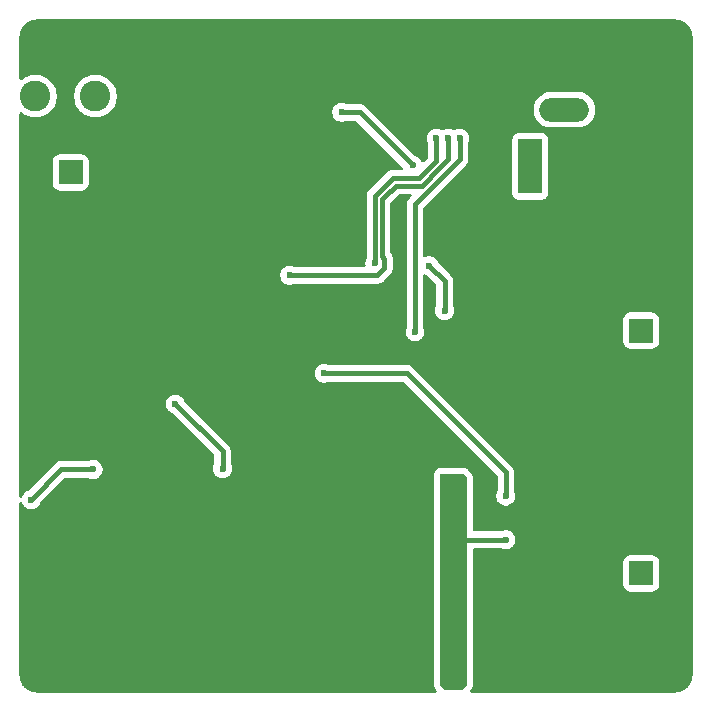
<source format=gbr>
%TF.GenerationSoftware,KiCad,Pcbnew,9.0.3*%
%TF.CreationDate,2025-08-25T20:13:08-03:00*%
%TF.ProjectId,ups_lead_acid_electgpl_v1.0,7570735f-6c65-4616-945f-616369645f65,rev?*%
%TF.SameCoordinates,Original*%
%TF.FileFunction,Copper,L2,Bot*%
%TF.FilePolarity,Positive*%
%FSLAX46Y46*%
G04 Gerber Fmt 4.6, Leading zero omitted, Abs format (unit mm)*
G04 Created by KiCad (PCBNEW 9.0.3) date 2025-08-25 20:13:08*
%MOMM*%
%LPD*%
G01*
G04 APERTURE LIST*
G04 Aperture macros list*
%AMRoundRect*
0 Rectangle with rounded corners*
0 $1 Rounding radius*
0 $2 $3 $4 $5 $6 $7 $8 $9 X,Y pos of 4 corners*
0 Add a 4 corners polygon primitive as box body*
4,1,4,$2,$3,$4,$5,$6,$7,$8,$9,$2,$3,0*
0 Add four circle primitives for the rounded corners*
1,1,$1+$1,$2,$3*
1,1,$1+$1,$4,$5*
1,1,$1+$1,$6,$7*
1,1,$1+$1,$8,$9*
0 Add four rect primitives between the rounded corners*
20,1,$1+$1,$2,$3,$4,$5,0*
20,1,$1+$1,$4,$5,$6,$7,0*
20,1,$1+$1,$6,$7,$8,$9,0*
20,1,$1+$1,$8,$9,$2,$3,0*%
G04 Aperture macros list end*
%TA.AperFunction,ComponentPad*%
%ADD10C,2.600000*%
%TD*%
%TA.AperFunction,ComponentPad*%
%ADD11C,0.800000*%
%TD*%
%TA.AperFunction,ComponentPad*%
%ADD12C,6.400000*%
%TD*%
%TA.AperFunction,HeatsinkPad*%
%ADD13C,0.500000*%
%TD*%
%TA.AperFunction,HeatsinkPad*%
%ADD14R,2.410000X3.100000*%
%TD*%
%TA.AperFunction,ComponentPad*%
%ADD15R,2.000000X4.600000*%
%TD*%
%TA.AperFunction,ComponentPad*%
%ADD16O,2.000000X4.200000*%
%TD*%
%TA.AperFunction,ComponentPad*%
%ADD17O,4.200000X2.000000*%
%TD*%
%TA.AperFunction,ComponentPad*%
%ADD18RoundRect,0.250001X0.799999X-0.799999X0.799999X0.799999X-0.799999X0.799999X-0.799999X-0.799999X0*%
%TD*%
%TA.AperFunction,ComponentPad*%
%ADD19C,2.100000*%
%TD*%
%TA.AperFunction,ComponentPad*%
%ADD20RoundRect,0.250001X-0.799999X0.799999X-0.799999X-0.799999X0.799999X-0.799999X0.799999X0.799999X0*%
%TD*%
%TA.AperFunction,ViaPad*%
%ADD21C,0.600000*%
%TD*%
%TA.AperFunction,Conductor*%
%ADD22C,0.406400*%
%TD*%
G04 APERTURE END LIST*
D10*
%TO.P,TP11,1,1*%
%TO.N,GND*%
X121560000Y-125742500D03*
X126640000Y-125742500D03*
%TD*%
D11*
%TO.P,H1,1,1*%
%TO.N,GND*%
X129702944Y-78445444D03*
X130405888Y-76748388D03*
X130405888Y-80142500D03*
X132102944Y-76045444D03*
D12*
X132102944Y-78445444D03*
D11*
X132102944Y-80845444D03*
X133800000Y-76748388D03*
X133800000Y-80142500D03*
X134502944Y-78445444D03*
%TD*%
D13*
%TO.P,U1,9,GNDPAD*%
%TO.N,GND*%
X149600000Y-109342500D03*
X149600000Y-108042500D03*
X149600000Y-106742500D03*
D14*
X148645000Y-108042500D03*
D13*
X147690000Y-109342500D03*
X147690000Y-108042500D03*
X147690000Y-106742500D03*
%TD*%
D15*
%TO.P,J1,1*%
%TO.N,/Buck/VIN*%
X163450000Y-87692500D03*
D16*
%TO.P,J1,2*%
%TO.N,GND*%
X169750000Y-87692500D03*
D17*
%TO.P,J1,3*%
%TO.N,unconnected-(J1-Pad3)*%
X166350000Y-82892500D03*
%TD*%
D10*
%TO.P,TP10,1,1*%
%TO.N,/Battery Protect/BAT+*%
X121560000Y-81742500D03*
X126640000Y-81742500D03*
%TD*%
D18*
%TO.P,J2,1,Pin_1*%
%TO.N,/Buck/VIN*%
X172842500Y-101587500D03*
D19*
%TO.P,J2,2,Pin_2*%
%TO.N,GND*%
X172842500Y-96507500D03*
%TD*%
D11*
%TO.P,H3,1,1*%
%TO.N,GND*%
X129700000Y-129042500D03*
X130402944Y-127345444D03*
X130402944Y-130739556D03*
X132100000Y-126642500D03*
D12*
X132100000Y-129042500D03*
D11*
X132100000Y-131442500D03*
X133797056Y-127345444D03*
X133797056Y-130739556D03*
X134500000Y-129042500D03*
%TD*%
D18*
%TO.P,J4,1,Pin_1*%
%TO.N,/ByPass/OUTBP*%
X172842500Y-122142500D03*
D19*
%TO.P,J4,2,Pin_2*%
%TO.N,GND*%
X172842500Y-117062500D03*
%TD*%
D11*
%TO.P,H4,1,1*%
%TO.N,GND*%
X171600000Y-129042500D03*
X172302944Y-127345444D03*
X172302944Y-130739556D03*
X174000000Y-126642500D03*
D12*
X174000000Y-129042500D03*
D11*
X174000000Y-131442500D03*
X175697056Y-127345444D03*
X175697056Y-130739556D03*
X176400000Y-129042500D03*
%TD*%
%TO.P,H2,1,1*%
%TO.N,GND*%
X171600000Y-78442500D03*
X172302944Y-76745444D03*
X172302944Y-80139556D03*
X174000000Y-76042500D03*
D12*
X174000000Y-78442500D03*
D11*
X174000000Y-80842500D03*
X175697056Y-76745444D03*
X175697056Y-80139556D03*
X176400000Y-78442500D03*
%TD*%
D20*
%TO.P,J3,1,Pin_1*%
%TO.N,/Battery Protect/BAT+*%
X124557500Y-88197500D03*
D19*
%TO.P,J3,2,Pin_2*%
%TO.N,GND*%
X124557500Y-93277500D03*
%TD*%
D21*
%TO.N,GND*%
X175600000Y-94692500D03*
X175600000Y-114692500D03*
X175600000Y-102692500D03*
X165600000Y-102692500D03*
X147600000Y-130692500D03*
X163600000Y-102692500D03*
X171600000Y-86692500D03*
X149600000Y-130692500D03*
X175600000Y-98692500D03*
X131600000Y-86692500D03*
X175600000Y-100692500D03*
X135600000Y-92692500D03*
X171600000Y-84692500D03*
X169600000Y-114692500D03*
X137600000Y-98692500D03*
X145900000Y-122900000D03*
X131600000Y-128692500D03*
X140700000Y-87800000D03*
X123600000Y-76692500D03*
X153600000Y-110692500D03*
X145600000Y-102692500D03*
X175600000Y-112692500D03*
X165600000Y-96692500D03*
X171600000Y-82692500D03*
X144900000Y-118300000D03*
X167600000Y-128692500D03*
X171600000Y-114692500D03*
X133600000Y-82692500D03*
X165600000Y-120692500D03*
X175600000Y-116692500D03*
X175600000Y-120692500D03*
X153600000Y-116692500D03*
X175600000Y-124692500D03*
X127600000Y-118692500D03*
X155600000Y-112692500D03*
X145600000Y-120692500D03*
X161600000Y-104692500D03*
X171600000Y-92692500D03*
X143000000Y-114700000D03*
X125600000Y-100692500D03*
X125600000Y-130692500D03*
X149600000Y-120692500D03*
X175600000Y-82692500D03*
X131600000Y-92692500D03*
X148700000Y-106300000D03*
X125600000Y-76692500D03*
X153600000Y-118692500D03*
X131600000Y-102692500D03*
X175600000Y-84692500D03*
X165600000Y-106692500D03*
X133600000Y-102692500D03*
X131600000Y-98692500D03*
X124800000Y-101800000D03*
X163600000Y-130692500D03*
X133600000Y-86692500D03*
X148200000Y-120800000D03*
X135600000Y-98692500D03*
X135600000Y-100692500D03*
X125600000Y-118692500D03*
X134500000Y-115700000D03*
X169600000Y-116692500D03*
X147300000Y-90600000D03*
X125600000Y-128692500D03*
X167600000Y-80692500D03*
X167600000Y-88692500D03*
X171600000Y-90692500D03*
X137600000Y-114692500D03*
X175600000Y-88692500D03*
X173600000Y-90692500D03*
X159600000Y-78692500D03*
X127600000Y-78692500D03*
X167600000Y-86692500D03*
X143000000Y-113000000D03*
X148645000Y-108042500D03*
X167600000Y-116692500D03*
X123600000Y-108692500D03*
X165600000Y-116692500D03*
X165600000Y-78692500D03*
X165600000Y-94692500D03*
X175600000Y-92692500D03*
X137600000Y-102692500D03*
X163600000Y-126692500D03*
X121600000Y-94692500D03*
X133600000Y-98692500D03*
X121600000Y-118692500D03*
X123600000Y-90692500D03*
X163600000Y-128692500D03*
X127600000Y-130692500D03*
X169600000Y-84692500D03*
X131600000Y-96692500D03*
X165600000Y-108692500D03*
X121600000Y-128692500D03*
X153600000Y-76692500D03*
X125600000Y-98692500D03*
X167600000Y-120692500D03*
X151600000Y-120692500D03*
X165600000Y-98692500D03*
X139600000Y-100692500D03*
X133600000Y-90692500D03*
X165600000Y-100692500D03*
X137700000Y-121200000D03*
X165600000Y-104692500D03*
X171600000Y-110692500D03*
X131600000Y-84692500D03*
X147600000Y-86692500D03*
X133000000Y-115700000D03*
X173600000Y-88692500D03*
X147600000Y-84692500D03*
X161600000Y-126692500D03*
X152100000Y-78700000D03*
X175600000Y-96692500D03*
X135600000Y-84692500D03*
X139600000Y-130692500D03*
X163600000Y-78692500D03*
X173600000Y-106692500D03*
X147300000Y-99100000D03*
X157600000Y-112692500D03*
X123600000Y-118692500D03*
X145600000Y-84692500D03*
X165600000Y-80692500D03*
X173600000Y-78692500D03*
X123600000Y-78692500D03*
X165600000Y-114692500D03*
X175600000Y-110692500D03*
X163600000Y-94692500D03*
X125600000Y-108692500D03*
X169600000Y-120692500D03*
X167600000Y-76692500D03*
X148700000Y-109800000D03*
X169600000Y-130692500D03*
X153600000Y-78692500D03*
X173600000Y-108692500D03*
X159600000Y-126692500D03*
X173600000Y-110692500D03*
X133600000Y-92692500D03*
X173600000Y-128692500D03*
X125600000Y-96692500D03*
X165600000Y-130692500D03*
X135600000Y-82692500D03*
X137600000Y-128692500D03*
X165600000Y-112692500D03*
X175600000Y-106692500D03*
X169600000Y-80692500D03*
X144800000Y-80200000D03*
X149600000Y-102692500D03*
X146100000Y-99100000D03*
X167600000Y-130692500D03*
X165600000Y-110692500D03*
X135600000Y-90692500D03*
X163600000Y-76692500D03*
X161600000Y-80692500D03*
X147300000Y-92700000D03*
X155600000Y-110692500D03*
X169600000Y-90692500D03*
X145600000Y-130692500D03*
X143600000Y-116692500D03*
X129600000Y-118692500D03*
X159600000Y-88692500D03*
X159600000Y-120692500D03*
X135600000Y-94692500D03*
X133600000Y-100692500D03*
X173600000Y-98692500D03*
X175600000Y-104692500D03*
X139600000Y-86692500D03*
X133600000Y-84692500D03*
X175600000Y-90692500D03*
X173600000Y-82692500D03*
X161600000Y-78692500D03*
X127600000Y-108692500D03*
X153600000Y-114692500D03*
X173600000Y-92692500D03*
X153600000Y-112692500D03*
X145600000Y-86692500D03*
X131600000Y-90692500D03*
X173600000Y-114692500D03*
X153600000Y-80692500D03*
X163600000Y-120692500D03*
X175600000Y-118692500D03*
X175600000Y-86692500D03*
X133600000Y-88692500D03*
X135600000Y-88692500D03*
X159600000Y-76692500D03*
X175600000Y-122692500D03*
X155600000Y-94692500D03*
X147300000Y-94600000D03*
X135600000Y-102692500D03*
X169600000Y-126692500D03*
X137600000Y-96692500D03*
X163600000Y-80692500D03*
X133600000Y-94692500D03*
X141600000Y-130692500D03*
X169600000Y-78692500D03*
X167600000Y-118692500D03*
X123600000Y-130692500D03*
X131600000Y-88692500D03*
X137600000Y-100692500D03*
X121600000Y-92692500D03*
X169600000Y-128692500D03*
X151600000Y-76692500D03*
X152100000Y-80700000D03*
X139600000Y-87800000D03*
X167600000Y-78692500D03*
X137300000Y-119900000D03*
X131600000Y-94692500D03*
X147600000Y-100692500D03*
X121600000Y-78692500D03*
X135600000Y-96692500D03*
X173600000Y-86692500D03*
X121600000Y-76692500D03*
X163600000Y-104692500D03*
X131600000Y-100692500D03*
X131600000Y-82692500D03*
X149600000Y-122692500D03*
X127600000Y-116692500D03*
X173600000Y-112692500D03*
X133600000Y-96692500D03*
X121600000Y-90692500D03*
X143600000Y-130692500D03*
X173600000Y-84692500D03*
X141600000Y-110692500D03*
X167600000Y-114692500D03*
X169600000Y-82692500D03*
X169600000Y-76692500D03*
X121600000Y-130692500D03*
X163600000Y-92692500D03*
X153600000Y-120692500D03*
X161600000Y-76692500D03*
X135600000Y-86692500D03*
X137600000Y-116692500D03*
X147600000Y-88692500D03*
X121600000Y-88692500D03*
X127600000Y-76692500D03*
X127600000Y-110692500D03*
X167600000Y-126692500D03*
X165600000Y-126692500D03*
X151600000Y-122692500D03*
X125600000Y-78692500D03*
X147600000Y-102692500D03*
X161600000Y-102692500D03*
X171600000Y-112692500D03*
X169600000Y-118692500D03*
X165600000Y-128692500D03*
X121600000Y-108692500D03*
X123600000Y-128692500D03*
X165600000Y-76692500D03*
X129600000Y-116692500D03*
X127600000Y-128692500D03*
X171600000Y-88692500D03*
X165600000Y-118692500D03*
X131600000Y-78692500D03*
X175600000Y-108692500D03*
X137600000Y-130692500D03*
X171600000Y-108692500D03*
%TO.N,+12V*%
X156700000Y-119100000D03*
X161400000Y-119300000D03*
X156700000Y-118400000D03*
X156700000Y-117000000D03*
X157500000Y-130100000D03*
X156700000Y-131700000D03*
X156700000Y-114900000D03*
X156700000Y-129300000D03*
X156700000Y-130900000D03*
X156700000Y-130100000D03*
X156700000Y-128500000D03*
X156700000Y-116300000D03*
X157500000Y-131700000D03*
X156700000Y-114200000D03*
X156700000Y-117700000D03*
X157500000Y-128500000D03*
X157500000Y-129300000D03*
X157500000Y-130900000D03*
X156700000Y-115600000D03*
%TO.N,/Battery Protect/P+*%
X143100000Y-96900000D03*
X156500000Y-85300000D03*
%TO.N,Net-(Q4-G)*%
X121200000Y-115900000D03*
X126442500Y-113342500D03*
%TO.N,Net-(D2-K)*%
X156200000Y-99900000D03*
X154900000Y-96100000D03*
%TO.N,Net-(JP1-C)*%
X153700000Y-101700000D03*
X157500000Y-85300000D03*
%TO.N,Net-(U2-CSP)*%
X150300000Y-95900000D03*
X155500000Y-85300000D03*
%TO.N,Net-(Q1-G)*%
X153500000Y-87600000D03*
X147500000Y-83100000D03*
%TO.N,Net-(U1-FB)*%
X146000000Y-105200000D03*
X161375000Y-115600000D03*
%TO.N,Net-(R22-Pad2)*%
X133400000Y-107800000D03*
X137400000Y-113267500D03*
%TD*%
D22*
%TO.N,+12V*%
X161400000Y-119300000D02*
X156900000Y-119300000D01*
X156900000Y-119300000D02*
X156700000Y-119100000D01*
%TO.N,/Battery Protect/P+*%
X150500000Y-96900000D02*
X143100000Y-96900000D01*
X154251593Y-89307400D02*
X152800000Y-89307400D01*
X152800000Y-89307400D02*
X152051594Y-89307400D01*
X151000000Y-96400000D02*
X150500000Y-96900000D01*
X151179497Y-90179497D02*
X150907400Y-90451594D01*
X150907400Y-90451594D02*
X150907400Y-94400000D01*
X150907400Y-94400000D02*
X150907400Y-95300000D01*
X151100000Y-96300000D02*
X151000000Y-96400000D01*
X152051594Y-89307400D02*
X151179497Y-90179497D01*
X155751593Y-87807400D02*
X154251593Y-89307400D01*
X151100000Y-95492600D02*
X151100000Y-96300000D01*
X156500000Y-87058994D02*
X155751593Y-87807400D01*
X156500000Y-85300000D02*
X156500000Y-87058994D01*
X150907400Y-95300000D02*
X151100000Y-95492600D01*
%TO.N,Net-(Q4-G)*%
X123757500Y-113342500D02*
X126442500Y-113342500D01*
X121200000Y-115900000D02*
X123757500Y-113342500D01*
%TO.N,Net-(D2-K)*%
X156200000Y-97400000D02*
X154900000Y-96100000D01*
X156200000Y-99900000D02*
X156200000Y-97400000D01*
%TO.N,Net-(JP1-C)*%
X153700000Y-90900000D02*
X155900000Y-88700000D01*
X153700000Y-101700000D02*
X153700000Y-90900000D01*
X155900000Y-88700000D02*
X157500000Y-87100000D01*
X157500000Y-87100000D02*
X157500000Y-85300000D01*
%TO.N,Net-(U2-CSP)*%
X154000000Y-88700000D02*
X151800000Y-88700000D01*
X151800000Y-88700000D02*
X150300000Y-90200000D01*
X150300000Y-90200000D02*
X150300000Y-95900000D01*
X155500000Y-85300000D02*
X155500000Y-87200000D01*
X155500000Y-87200000D02*
X154000000Y-88700000D01*
%TO.N,Net-(Q1-G)*%
X149000000Y-83100000D02*
X147500000Y-83100000D01*
X153500000Y-87600000D02*
X149000000Y-83100000D01*
%TO.N,Net-(U1-FB)*%
X161375000Y-115600000D02*
X161400000Y-115575000D01*
X153000000Y-105200000D02*
X146000000Y-105200000D01*
X161400000Y-115575000D02*
X161400000Y-113600000D01*
X161400000Y-113600000D02*
X153000000Y-105200000D01*
%TO.N,Net-(R22-Pad2)*%
X137400000Y-113267500D02*
X137400000Y-111800000D01*
X137400000Y-111800000D02*
X133400000Y-107800000D01*
%TD*%
%TA.AperFunction,Conductor*%
%TO.N,GND*%
G36*
X175704418Y-75243316D02*
G01*
X175904561Y-75257630D01*
X175922063Y-75260147D01*
X176113797Y-75301855D01*
X176130755Y-75306834D01*
X176314609Y-75375409D01*
X176330701Y-75382759D01*
X176502904Y-75476788D01*
X176517784Y-75486349D01*
X176674867Y-75603941D01*
X176688237Y-75615527D01*
X176826972Y-75754262D01*
X176838558Y-75767632D01*
X176956146Y-75924710D01*
X176965711Y-75939595D01*
X177059740Y-76111798D01*
X177067090Y-76127890D01*
X177135662Y-76311736D01*
X177140646Y-76328712D01*
X177182351Y-76520431D01*
X177184869Y-76537942D01*
X177199184Y-76738080D01*
X177199500Y-76746927D01*
X177199500Y-130738072D01*
X177199184Y-130746919D01*
X177184869Y-130947057D01*
X177182351Y-130964568D01*
X177140646Y-131156287D01*
X177135662Y-131173263D01*
X177067090Y-131357109D01*
X177059740Y-131373201D01*
X176965711Y-131545404D01*
X176956146Y-131560289D01*
X176838558Y-131717367D01*
X176826972Y-131730737D01*
X176688237Y-131869472D01*
X176674867Y-131881058D01*
X176517789Y-131998646D01*
X176502904Y-132008211D01*
X176330701Y-132102240D01*
X176314609Y-132109590D01*
X176130763Y-132178162D01*
X176113787Y-132183146D01*
X175922068Y-132224851D01*
X175904557Y-132227369D01*
X175723779Y-132240299D01*
X175704417Y-132241684D01*
X175695572Y-132242000D01*
X158472246Y-132242000D01*
X158405207Y-132222315D01*
X158359452Y-132169511D01*
X158349508Y-132100353D01*
X158378533Y-132036797D01*
X158384565Y-132030319D01*
X158421123Y-131993761D01*
X158457288Y-131953500D01*
X158473922Y-131932858D01*
X158505567Y-131888974D01*
X158565338Y-131758097D01*
X158585023Y-131691058D01*
X158585024Y-131691054D01*
X158605500Y-131548638D01*
X158605500Y-121292484D01*
X171292000Y-121292484D01*
X171292000Y-122992515D01*
X171302500Y-123095295D01*
X171302501Y-123095296D01*
X171357686Y-123261835D01*
X171357687Y-123261837D01*
X171449786Y-123411151D01*
X171449789Y-123411155D01*
X171573844Y-123535210D01*
X171573848Y-123535213D01*
X171723162Y-123627312D01*
X171723164Y-123627313D01*
X171723166Y-123627314D01*
X171889703Y-123682499D01*
X171992492Y-123693000D01*
X171992497Y-123693000D01*
X173692503Y-123693000D01*
X173692508Y-123693000D01*
X173795297Y-123682499D01*
X173961834Y-123627314D01*
X174111155Y-123535211D01*
X174235211Y-123411155D01*
X174327314Y-123261834D01*
X174382499Y-123095297D01*
X174393000Y-122992508D01*
X174393000Y-121292492D01*
X174382499Y-121189703D01*
X174327314Y-121023166D01*
X174235211Y-120873845D01*
X174111155Y-120749789D01*
X174111151Y-120749786D01*
X173961837Y-120657687D01*
X173961835Y-120657686D01*
X173878565Y-120630093D01*
X173795297Y-120602501D01*
X173795295Y-120602500D01*
X173692515Y-120592000D01*
X173692508Y-120592000D01*
X171992492Y-120592000D01*
X171992484Y-120592000D01*
X171889704Y-120602500D01*
X171889703Y-120602501D01*
X171723164Y-120657686D01*
X171723162Y-120657687D01*
X171573848Y-120749786D01*
X171573844Y-120749789D01*
X171449789Y-120873844D01*
X171449786Y-120873848D01*
X171357687Y-121023162D01*
X171357686Y-121023164D01*
X171302501Y-121189703D01*
X171302500Y-121189704D01*
X171292000Y-121292484D01*
X158605500Y-121292484D01*
X158605500Y-120127700D01*
X158625185Y-120060661D01*
X158677989Y-120014906D01*
X158729500Y-120003700D01*
X160982410Y-120003700D01*
X161029861Y-120013138D01*
X161166503Y-120069737D01*
X161321153Y-120100499D01*
X161321156Y-120100500D01*
X161321158Y-120100500D01*
X161478844Y-120100500D01*
X161478845Y-120100499D01*
X161633497Y-120069737D01*
X161779179Y-120009394D01*
X161910289Y-119921789D01*
X162021789Y-119810289D01*
X162109394Y-119679179D01*
X162169737Y-119533497D01*
X162200500Y-119378842D01*
X162200500Y-119221158D01*
X162200500Y-119221155D01*
X162200499Y-119221153D01*
X162169738Y-119066510D01*
X162169737Y-119066503D01*
X162169735Y-119066498D01*
X162109397Y-118920827D01*
X162109390Y-118920814D01*
X162021789Y-118789711D01*
X162021786Y-118789707D01*
X161910292Y-118678213D01*
X161910288Y-118678210D01*
X161779185Y-118590609D01*
X161779172Y-118590602D01*
X161633501Y-118530264D01*
X161633489Y-118530261D01*
X161478845Y-118499500D01*
X161478842Y-118499500D01*
X161321158Y-118499500D01*
X161321155Y-118499500D01*
X161166510Y-118530261D01*
X161166502Y-118530263D01*
X161086185Y-118563531D01*
X161029861Y-118586861D01*
X160982410Y-118596300D01*
X158729500Y-118596300D01*
X158662461Y-118576615D01*
X158616706Y-118523811D01*
X158605500Y-118472300D01*
X158605500Y-114051359D01*
X158602602Y-113997311D01*
X158602602Y-113997310D01*
X158600407Y-113976897D01*
X158599769Y-113970964D01*
X158598687Y-113964289D01*
X158591114Y-113917554D01*
X158591114Y-113917552D01*
X158580571Y-113889286D01*
X158540832Y-113782743D01*
X158507347Y-113721420D01*
X158421123Y-113606239D01*
X158421118Y-113606234D01*
X158421113Y-113606228D01*
X158193776Y-113378892D01*
X158193761Y-113378877D01*
X158193737Y-113378855D01*
X158153519Y-113342728D01*
X158153507Y-113342718D01*
X158132856Y-113326076D01*
X158088974Y-113294433D01*
X157958100Y-113234663D01*
X157891055Y-113214976D01*
X157836949Y-113207197D01*
X157748638Y-113194500D01*
X155951362Y-113194500D01*
X155951360Y-113194500D01*
X155897311Y-113197397D01*
X155897310Y-113197397D01*
X155870977Y-113200229D01*
X155870950Y-113200232D01*
X155817554Y-113208885D01*
X155817552Y-113208885D01*
X155682747Y-113259166D01*
X155621422Y-113292651D01*
X155506240Y-113378876D01*
X155506236Y-113378879D01*
X155478874Y-113406242D01*
X155478855Y-113406262D01*
X155442728Y-113446480D01*
X155442714Y-113446497D01*
X155426084Y-113467132D01*
X155394504Y-113510915D01*
X155394500Y-113510922D01*
X155393499Y-113513109D01*
X155393500Y-113513110D01*
X155389817Y-113521166D01*
X155371509Y-113549661D01*
X155348028Y-113612606D01*
X155346177Y-113616657D01*
X155346174Y-113616666D01*
X155334699Y-113641777D01*
X155326850Y-113668485D01*
X155326849Y-113668484D01*
X155325607Y-113672712D01*
X155321223Y-113684468D01*
X155318538Y-113696801D01*
X155317292Y-113701049D01*
X155317291Y-113701057D01*
X155314973Y-113708953D01*
X155314973Y-113708954D01*
X155294500Y-113851359D01*
X155294500Y-131548640D01*
X155297397Y-131602688D01*
X155297397Y-131602689D01*
X155300229Y-131629022D01*
X155300232Y-131629049D01*
X155308885Y-131682445D01*
X155308885Y-131682447D01*
X155312096Y-131691055D01*
X155359168Y-131817257D01*
X155381555Y-131858256D01*
X155391105Y-131875746D01*
X155392653Y-131878580D01*
X155478877Y-131993761D01*
X155478881Y-131993765D01*
X155478886Y-131993771D01*
X155515434Y-132030319D01*
X155548919Y-132091642D01*
X155543935Y-132161334D01*
X155502063Y-132217267D01*
X155436599Y-132241684D01*
X155427753Y-132242000D01*
X121704428Y-132242000D01*
X121695582Y-132241684D01*
X121673622Y-132240113D01*
X121495442Y-132227369D01*
X121477931Y-132224851D01*
X121286212Y-132183146D01*
X121269236Y-132178162D01*
X121085390Y-132109590D01*
X121069298Y-132102240D01*
X120897095Y-132008211D01*
X120882210Y-131998646D01*
X120875704Y-131993776D01*
X120725132Y-131881058D01*
X120711762Y-131869472D01*
X120573027Y-131730737D01*
X120561441Y-131717367D01*
X120535299Y-131682445D01*
X120443849Y-131560284D01*
X120434288Y-131545404D01*
X120340259Y-131373201D01*
X120332909Y-131357109D01*
X120272091Y-131194051D01*
X120264334Y-131173255D01*
X120259355Y-131156297D01*
X120217647Y-130964563D01*
X120215130Y-130947056D01*
X120200816Y-130746918D01*
X120200500Y-130738072D01*
X120200500Y-116202190D01*
X120220185Y-116135151D01*
X120272989Y-116089396D01*
X120342147Y-116079452D01*
X120405703Y-116108477D01*
X120439061Y-116154738D01*
X120490602Y-116279172D01*
X120490609Y-116279185D01*
X120578210Y-116410288D01*
X120578213Y-116410292D01*
X120689707Y-116521786D01*
X120689711Y-116521789D01*
X120820814Y-116609390D01*
X120820827Y-116609397D01*
X120966498Y-116669735D01*
X120966503Y-116669737D01*
X121121153Y-116700499D01*
X121121156Y-116700500D01*
X121121158Y-116700500D01*
X121278844Y-116700500D01*
X121278845Y-116700499D01*
X121433497Y-116669737D01*
X121579179Y-116609394D01*
X121710289Y-116521789D01*
X121821789Y-116410289D01*
X121909394Y-116279179D01*
X121965995Y-116142530D01*
X121992869Y-116102311D01*
X124012663Y-114082519D01*
X124073986Y-114049034D01*
X124100344Y-114046200D01*
X126024910Y-114046200D01*
X126072361Y-114055638D01*
X126209003Y-114112237D01*
X126363653Y-114142999D01*
X126363656Y-114143000D01*
X126363658Y-114143000D01*
X126521344Y-114143000D01*
X126521345Y-114142999D01*
X126675997Y-114112237D01*
X126821679Y-114051894D01*
X126952789Y-113964289D01*
X127064289Y-113852789D01*
X127151894Y-113721679D01*
X127152001Y-113721422D01*
X127173586Y-113669309D01*
X127212237Y-113575997D01*
X127243000Y-113421342D01*
X127243000Y-113263658D01*
X127243000Y-113263655D01*
X127242999Y-113263653D01*
X127230384Y-113200232D01*
X127212237Y-113109003D01*
X127189206Y-113053400D01*
X127151897Y-112963327D01*
X127151890Y-112963314D01*
X127064289Y-112832211D01*
X127064286Y-112832207D01*
X126952792Y-112720713D01*
X126952788Y-112720710D01*
X126821685Y-112633109D01*
X126821672Y-112633102D01*
X126676001Y-112572764D01*
X126675989Y-112572761D01*
X126521345Y-112542000D01*
X126521342Y-112542000D01*
X126363658Y-112542000D01*
X126363655Y-112542000D01*
X126209010Y-112572761D01*
X126209002Y-112572763D01*
X126128685Y-112606031D01*
X126072361Y-112629361D01*
X126024910Y-112638800D01*
X123832942Y-112638800D01*
X123832922Y-112638799D01*
X123826808Y-112638799D01*
X123688191Y-112638799D01*
X123688189Y-112638799D01*
X123552243Y-112665841D01*
X123552235Y-112665843D01*
X123424176Y-112718886D01*
X123308916Y-112795900D01*
X123272610Y-112832207D01*
X123210900Y-112893917D01*
X123210897Y-112893920D01*
X120997688Y-115107128D01*
X120957460Y-115134008D01*
X120820824Y-115190604D01*
X120820814Y-115190609D01*
X120689711Y-115278210D01*
X120689707Y-115278213D01*
X120578213Y-115389707D01*
X120578210Y-115389711D01*
X120490609Y-115520814D01*
X120490602Y-115520827D01*
X120439061Y-115645261D01*
X120395220Y-115699665D01*
X120328926Y-115721730D01*
X120261227Y-115704451D01*
X120213616Y-115653314D01*
X120200500Y-115597809D01*
X120200500Y-107721153D01*
X132599500Y-107721153D01*
X132599500Y-107878846D01*
X132630261Y-108033489D01*
X132630264Y-108033501D01*
X132690602Y-108179172D01*
X132690609Y-108179185D01*
X132778210Y-108310288D01*
X132778213Y-108310292D01*
X132889707Y-108421786D01*
X132889711Y-108421789D01*
X133020814Y-108509390D01*
X133020827Y-108509397D01*
X133157461Y-108565992D01*
X133197690Y-108592872D01*
X136659981Y-112055163D01*
X136693466Y-112116486D01*
X136696300Y-112142844D01*
X136696300Y-112849909D01*
X136686861Y-112897361D01*
X136630264Y-113033998D01*
X136630261Y-113034010D01*
X136599500Y-113188653D01*
X136599500Y-113346346D01*
X136630261Y-113500989D01*
X136630264Y-113501001D01*
X136690602Y-113646672D01*
X136690609Y-113646685D01*
X136778210Y-113777788D01*
X136778213Y-113777792D01*
X136889707Y-113889286D01*
X136889711Y-113889289D01*
X137020814Y-113976890D01*
X137020827Y-113976897D01*
X137166498Y-114037235D01*
X137166503Y-114037237D01*
X137321153Y-114067999D01*
X137321156Y-114068000D01*
X137321158Y-114068000D01*
X137478844Y-114068000D01*
X137478845Y-114067999D01*
X137633497Y-114037237D01*
X137779179Y-113976894D01*
X137910289Y-113889289D01*
X138021789Y-113777789D01*
X138109394Y-113646679D01*
X138111425Y-113641777D01*
X138126149Y-113606228D01*
X138169737Y-113500997D01*
X138200500Y-113346342D01*
X138200500Y-113188658D01*
X138200500Y-113188655D01*
X138200499Y-113188653D01*
X138184657Y-113109010D01*
X138169737Y-113034003D01*
X138169735Y-113033998D01*
X138113139Y-112897361D01*
X138103700Y-112849909D01*
X138103700Y-111730689D01*
X138103699Y-111730687D01*
X138076658Y-111594745D01*
X138076657Y-111594738D01*
X138076655Y-111594733D01*
X138023613Y-111466676D01*
X137946598Y-111351414D01*
X137845487Y-111250303D01*
X137845456Y-111250274D01*
X134192872Y-107597690D01*
X134165992Y-107557461D01*
X134109397Y-107420827D01*
X134109390Y-107420814D01*
X134021789Y-107289711D01*
X134021786Y-107289707D01*
X133910292Y-107178213D01*
X133910288Y-107178210D01*
X133779185Y-107090609D01*
X133779172Y-107090602D01*
X133633501Y-107030264D01*
X133633489Y-107030261D01*
X133478845Y-106999500D01*
X133478842Y-106999500D01*
X133321158Y-106999500D01*
X133321155Y-106999500D01*
X133166510Y-107030261D01*
X133166498Y-107030264D01*
X133020827Y-107090602D01*
X133020814Y-107090609D01*
X132889711Y-107178210D01*
X132889707Y-107178213D01*
X132778213Y-107289707D01*
X132778210Y-107289711D01*
X132690609Y-107420814D01*
X132690602Y-107420827D01*
X132630264Y-107566498D01*
X132630261Y-107566510D01*
X132599500Y-107721153D01*
X120200500Y-107721153D01*
X120200500Y-105121153D01*
X145199500Y-105121153D01*
X145199500Y-105278846D01*
X145230261Y-105433489D01*
X145230264Y-105433501D01*
X145290602Y-105579172D01*
X145290609Y-105579185D01*
X145378210Y-105710288D01*
X145378213Y-105710292D01*
X145489707Y-105821786D01*
X145489711Y-105821789D01*
X145620814Y-105909390D01*
X145620827Y-105909397D01*
X145766498Y-105969735D01*
X145766503Y-105969737D01*
X145921153Y-106000499D01*
X145921156Y-106000500D01*
X145921158Y-106000500D01*
X146078844Y-106000500D01*
X146078845Y-106000499D01*
X146233497Y-105969737D01*
X146370138Y-105913138D01*
X146417590Y-105903700D01*
X152657156Y-105903700D01*
X152724195Y-105923385D01*
X152744837Y-105940019D01*
X160659981Y-113855163D01*
X160693466Y-113916486D01*
X160696300Y-113942844D01*
X160696300Y-115137269D01*
X160676615Y-115204308D01*
X160675403Y-115206159D01*
X160665608Y-115220817D01*
X160665602Y-115220828D01*
X160605264Y-115366498D01*
X160605261Y-115366510D01*
X160574500Y-115521153D01*
X160574500Y-115678846D01*
X160605261Y-115833489D01*
X160605264Y-115833501D01*
X160665602Y-115979172D01*
X160665609Y-115979185D01*
X160753210Y-116110288D01*
X160753213Y-116110292D01*
X160864707Y-116221786D01*
X160864711Y-116221789D01*
X160995814Y-116309390D01*
X160995827Y-116309397D01*
X161141498Y-116369735D01*
X161141503Y-116369737D01*
X161296153Y-116400499D01*
X161296156Y-116400500D01*
X161296158Y-116400500D01*
X161453844Y-116400500D01*
X161453845Y-116400499D01*
X161608497Y-116369737D01*
X161754179Y-116309394D01*
X161885289Y-116221789D01*
X161996789Y-116110289D01*
X162084394Y-115979179D01*
X162144737Y-115833497D01*
X162175500Y-115678842D01*
X162175500Y-115521158D01*
X162175500Y-115521155D01*
X162175499Y-115521153D01*
X162144739Y-115366511D01*
X162144736Y-115366501D01*
X162113139Y-115290218D01*
X162103700Y-115242766D01*
X162103700Y-113675443D01*
X162103701Y-113675422D01*
X162103701Y-113530689D01*
X162076658Y-113394743D01*
X162076656Y-113394735D01*
X162023612Y-113266675D01*
X161983871Y-113207197D01*
X161983869Y-113207194D01*
X161979216Y-113200231D01*
X161946600Y-113151417D01*
X161848583Y-113053400D01*
X161848579Y-113053397D01*
X153550940Y-104755758D01*
X153550920Y-104755736D01*
X153448585Y-104653401D01*
X153333323Y-104576386D01*
X153205264Y-104523343D01*
X153205256Y-104523341D01*
X153069310Y-104496299D01*
X153069308Y-104496299D01*
X152930692Y-104496299D01*
X152924578Y-104496299D01*
X152924558Y-104496300D01*
X146417590Y-104496300D01*
X146370138Y-104486861D01*
X146233497Y-104430263D01*
X146233489Y-104430261D01*
X146078845Y-104399500D01*
X146078842Y-104399500D01*
X145921158Y-104399500D01*
X145921155Y-104399500D01*
X145766510Y-104430261D01*
X145766498Y-104430264D01*
X145620827Y-104490602D01*
X145620814Y-104490609D01*
X145489711Y-104578210D01*
X145489707Y-104578213D01*
X145378213Y-104689707D01*
X145378210Y-104689711D01*
X145290609Y-104820814D01*
X145290602Y-104820827D01*
X145230264Y-104966498D01*
X145230261Y-104966510D01*
X145199500Y-105121153D01*
X120200500Y-105121153D01*
X120200500Y-96821153D01*
X142299500Y-96821153D01*
X142299500Y-96978846D01*
X142330261Y-97133489D01*
X142330264Y-97133501D01*
X142390602Y-97279172D01*
X142390609Y-97279185D01*
X142478210Y-97410288D01*
X142478213Y-97410292D01*
X142589707Y-97521786D01*
X142589711Y-97521789D01*
X142720814Y-97609390D01*
X142720827Y-97609397D01*
X142831318Y-97655163D01*
X142866503Y-97669737D01*
X142975822Y-97691482D01*
X143021153Y-97700499D01*
X143021156Y-97700500D01*
X143021158Y-97700500D01*
X143178844Y-97700500D01*
X143178845Y-97700499D01*
X143333497Y-97669737D01*
X143470138Y-97613138D01*
X143517590Y-97603700D01*
X150424558Y-97603700D01*
X150424578Y-97603701D01*
X150430692Y-97603701D01*
X150569310Y-97603701D01*
X150660768Y-97585507D01*
X150705262Y-97576657D01*
X150833327Y-97523611D01*
X150836054Y-97521789D01*
X150948583Y-97446600D01*
X151046600Y-97348583D01*
X151046601Y-97348581D01*
X151053667Y-97341515D01*
X151053669Y-97341511D01*
X151546599Y-96848583D01*
X151548579Y-96846602D01*
X151548583Y-96846600D01*
X151646600Y-96748583D01*
X151723611Y-96633327D01*
X151776657Y-96505262D01*
X151783809Y-96469308D01*
X151803700Y-96369309D01*
X151803700Y-96230692D01*
X151803700Y-95568043D01*
X151803701Y-95568022D01*
X151803701Y-95423289D01*
X151776659Y-95287344D01*
X151776658Y-95287343D01*
X151776658Y-95287339D01*
X151723611Y-95159274D01*
X151723611Y-95159273D01*
X151646600Y-95044017D01*
X151638456Y-95035873D01*
X151631492Y-95025282D01*
X151624847Y-95003498D01*
X151613934Y-94983512D01*
X151611311Y-94959123D01*
X151611107Y-94958452D01*
X151611202Y-94958111D01*
X151611100Y-94957154D01*
X151611100Y-90794438D01*
X151630785Y-90727399D01*
X151647419Y-90706757D01*
X152306757Y-90047419D01*
X152368080Y-90013934D01*
X152394438Y-90011100D01*
X152730692Y-90011100D01*
X153294355Y-90011100D01*
X153315600Y-90017338D01*
X153337689Y-90018918D01*
X153348472Y-90026990D01*
X153361394Y-90030785D01*
X153375893Y-90047518D01*
X153393622Y-90060790D01*
X153398329Y-90073410D01*
X153407149Y-90083589D01*
X153410300Y-90105506D01*
X153418039Y-90126254D01*
X153415176Y-90139414D01*
X153417093Y-90152747D01*
X153407893Y-90172890D01*
X153403187Y-90194527D01*
X153389918Y-90212252D01*
X153388068Y-90216303D01*
X153382036Y-90222781D01*
X153251420Y-90353397D01*
X153251417Y-90353400D01*
X153168524Y-90436293D01*
X153153398Y-90451419D01*
X153153396Y-90451421D01*
X153106971Y-90520901D01*
X153106972Y-90520902D01*
X153076387Y-90566676D01*
X153023343Y-90694735D01*
X153023341Y-90694743D01*
X152996299Y-90830689D01*
X152996299Y-90975421D01*
X152996300Y-90975442D01*
X152996300Y-101282409D01*
X152986861Y-101329861D01*
X152930264Y-101466498D01*
X152930261Y-101466510D01*
X152899500Y-101621153D01*
X152899500Y-101778846D01*
X152930261Y-101933489D01*
X152930264Y-101933501D01*
X152990602Y-102079172D01*
X152990609Y-102079185D01*
X153078210Y-102210288D01*
X153078213Y-102210292D01*
X153189707Y-102321786D01*
X153189711Y-102321789D01*
X153320814Y-102409390D01*
X153320827Y-102409397D01*
X153466498Y-102469735D01*
X153466503Y-102469737D01*
X153621153Y-102500499D01*
X153621156Y-102500500D01*
X153621158Y-102500500D01*
X153778844Y-102500500D01*
X153778845Y-102500499D01*
X153933497Y-102469737D01*
X154079179Y-102409394D01*
X154210289Y-102321789D01*
X154321789Y-102210289D01*
X154409394Y-102079179D01*
X154469737Y-101933497D01*
X154500500Y-101778842D01*
X154500500Y-101621158D01*
X154500500Y-101621155D01*
X154500499Y-101621153D01*
X154469738Y-101466510D01*
X154469737Y-101466503D01*
X154469735Y-101466498D01*
X154413139Y-101329861D01*
X154403700Y-101282409D01*
X154403700Y-100737484D01*
X171292000Y-100737484D01*
X171292000Y-102437515D01*
X171302500Y-102540295D01*
X171302501Y-102540296D01*
X171357686Y-102706835D01*
X171357687Y-102706837D01*
X171449786Y-102856151D01*
X171449789Y-102856155D01*
X171573844Y-102980210D01*
X171573848Y-102980213D01*
X171723162Y-103072312D01*
X171723164Y-103072313D01*
X171723166Y-103072314D01*
X171889703Y-103127499D01*
X171992492Y-103138000D01*
X171992497Y-103138000D01*
X173692503Y-103138000D01*
X173692508Y-103138000D01*
X173795297Y-103127499D01*
X173961834Y-103072314D01*
X174111155Y-102980211D01*
X174235211Y-102856155D01*
X174327314Y-102706834D01*
X174382499Y-102540297D01*
X174393000Y-102437508D01*
X174393000Y-100737492D01*
X174382499Y-100634703D01*
X174327314Y-100468166D01*
X174235211Y-100318845D01*
X174111155Y-100194789D01*
X174111151Y-100194786D01*
X173961837Y-100102687D01*
X173961835Y-100102686D01*
X173878565Y-100075093D01*
X173795297Y-100047501D01*
X173795295Y-100047500D01*
X173692515Y-100037000D01*
X173692508Y-100037000D01*
X171992492Y-100037000D01*
X171992484Y-100037000D01*
X171889704Y-100047500D01*
X171889703Y-100047501D01*
X171723164Y-100102686D01*
X171723162Y-100102687D01*
X171573848Y-100194786D01*
X171573844Y-100194789D01*
X171449789Y-100318844D01*
X171449786Y-100318848D01*
X171357687Y-100468162D01*
X171357686Y-100468164D01*
X171302501Y-100634703D01*
X171302500Y-100634704D01*
X171292000Y-100737484D01*
X154403700Y-100737484D01*
X154403700Y-96946460D01*
X154412941Y-96914986D01*
X154421058Y-96883187D01*
X154422738Y-96881622D01*
X154423385Y-96879421D01*
X154448166Y-96857947D01*
X154472195Y-96835576D01*
X154474455Y-96835168D01*
X154476189Y-96833666D01*
X154508649Y-96828998D01*
X154540954Y-96823170D01*
X154543920Y-96823927D01*
X154545347Y-96823722D01*
X154575152Y-96831899D01*
X154657461Y-96865992D01*
X154697690Y-96892872D01*
X155459981Y-97655163D01*
X155493466Y-97716486D01*
X155496300Y-97742844D01*
X155496300Y-99482409D01*
X155486861Y-99529861D01*
X155430264Y-99666498D01*
X155430261Y-99666510D01*
X155399500Y-99821153D01*
X155399500Y-99978846D01*
X155430261Y-100133489D01*
X155430264Y-100133501D01*
X155490602Y-100279172D01*
X155490609Y-100279185D01*
X155578210Y-100410288D01*
X155578213Y-100410292D01*
X155689707Y-100521786D01*
X155689711Y-100521789D01*
X155820814Y-100609390D01*
X155820827Y-100609397D01*
X155966498Y-100669735D01*
X155966503Y-100669737D01*
X156121153Y-100700499D01*
X156121156Y-100700500D01*
X156121158Y-100700500D01*
X156278844Y-100700500D01*
X156278845Y-100700499D01*
X156433497Y-100669737D01*
X156554119Y-100619774D01*
X156554120Y-100619774D01*
X156562002Y-100616508D01*
X156579179Y-100609394D01*
X156710289Y-100521789D01*
X156821789Y-100410289D01*
X156909394Y-100279179D01*
X156969737Y-100133497D01*
X157000500Y-99978842D01*
X157000500Y-99821158D01*
X157000500Y-99821155D01*
X157000499Y-99821153D01*
X156969738Y-99666510D01*
X156969737Y-99666503D01*
X156969735Y-99666498D01*
X156913139Y-99529861D01*
X156903700Y-99482409D01*
X156903700Y-97475443D01*
X156903701Y-97475422D01*
X156903701Y-97330689D01*
X156903700Y-97330687D01*
X156876658Y-97194738D01*
X156825940Y-97072298D01*
X156824293Y-97067695D01*
X156823611Y-97066674D01*
X156823611Y-97066673D01*
X156746600Y-96951417D01*
X156746598Y-96951414D01*
X156645487Y-96850303D01*
X156645456Y-96850274D01*
X155692872Y-95897690D01*
X155665992Y-95857461D01*
X155609397Y-95720827D01*
X155609390Y-95720814D01*
X155521789Y-95589711D01*
X155521786Y-95589707D01*
X155410292Y-95478213D01*
X155410288Y-95478210D01*
X155279185Y-95390609D01*
X155279172Y-95390602D01*
X155133501Y-95330264D01*
X155133489Y-95330261D01*
X154978845Y-95299500D01*
X154978842Y-95299500D01*
X154821158Y-95299500D01*
X154821155Y-95299500D01*
X154666510Y-95330261D01*
X154666498Y-95330264D01*
X154575152Y-95368101D01*
X154505683Y-95375570D01*
X154443204Y-95344294D01*
X154407552Y-95284205D01*
X154403700Y-95253540D01*
X154403700Y-91242844D01*
X154423385Y-91175805D01*
X154440019Y-91155163D01*
X156446599Y-89148583D01*
X157518795Y-88076386D01*
X157948579Y-87646602D01*
X157948583Y-87646600D01*
X158046600Y-87548583D01*
X158123611Y-87433327D01*
X158145069Y-87381523D01*
X158176658Y-87305262D01*
X158203701Y-87169308D01*
X158203701Y-87030691D01*
X158203701Y-87025581D01*
X158203700Y-87025555D01*
X158203700Y-85717591D01*
X158213139Y-85670139D01*
X158269735Y-85533501D01*
X158269737Y-85533497D01*
X158300500Y-85378842D01*
X158300500Y-85344635D01*
X161949500Y-85344635D01*
X161949500Y-90040370D01*
X161949501Y-90040376D01*
X161955908Y-90099983D01*
X162006202Y-90234828D01*
X162006206Y-90234835D01*
X162092452Y-90350044D01*
X162092455Y-90350047D01*
X162207664Y-90436293D01*
X162207671Y-90436297D01*
X162342517Y-90486591D01*
X162342516Y-90486591D01*
X162349444Y-90487335D01*
X162402127Y-90493000D01*
X164497872Y-90492999D01*
X164557483Y-90486591D01*
X164692331Y-90436296D01*
X164807546Y-90350046D01*
X164893796Y-90234831D01*
X164944091Y-90099983D01*
X164950500Y-90040373D01*
X164950499Y-85344628D01*
X164944091Y-85285017D01*
X164920271Y-85221153D01*
X164893797Y-85150171D01*
X164893793Y-85150164D01*
X164807547Y-85034955D01*
X164807544Y-85034952D01*
X164692335Y-84948706D01*
X164692328Y-84948702D01*
X164557482Y-84898408D01*
X164557483Y-84898408D01*
X164497883Y-84892001D01*
X164497881Y-84892000D01*
X164497873Y-84892000D01*
X164497864Y-84892000D01*
X162402129Y-84892000D01*
X162402123Y-84892001D01*
X162342516Y-84898408D01*
X162207671Y-84948702D01*
X162207664Y-84948706D01*
X162092455Y-85034952D01*
X162092452Y-85034955D01*
X162006206Y-85150164D01*
X162006202Y-85150171D01*
X161955908Y-85285017D01*
X161949501Y-85344616D01*
X161949501Y-85344623D01*
X161949500Y-85344635D01*
X158300500Y-85344635D01*
X158300500Y-85221158D01*
X158300500Y-85221155D01*
X158300499Y-85221153D01*
X158269738Y-85066510D01*
X158269737Y-85066503D01*
X158269735Y-85066498D01*
X158209397Y-84920827D01*
X158209390Y-84920814D01*
X158121789Y-84789711D01*
X158121786Y-84789707D01*
X158010292Y-84678213D01*
X158010288Y-84678210D01*
X157879185Y-84590609D01*
X157879172Y-84590602D01*
X157733501Y-84530264D01*
X157733489Y-84530261D01*
X157578845Y-84499500D01*
X157578842Y-84499500D01*
X157421158Y-84499500D01*
X157421155Y-84499500D01*
X157266510Y-84530261D01*
X157266498Y-84530264D01*
X157120827Y-84590602D01*
X157120814Y-84590609D01*
X157068891Y-84625304D01*
X157002214Y-84646182D01*
X156934833Y-84627698D01*
X156931109Y-84625304D01*
X156879185Y-84590609D01*
X156879172Y-84590602D01*
X156733501Y-84530264D01*
X156733489Y-84530261D01*
X156578845Y-84499500D01*
X156578842Y-84499500D01*
X156421158Y-84499500D01*
X156421155Y-84499500D01*
X156266510Y-84530261D01*
X156266498Y-84530264D01*
X156120827Y-84590602D01*
X156120814Y-84590609D01*
X156068891Y-84625304D01*
X156002214Y-84646182D01*
X155934833Y-84627698D01*
X155931109Y-84625304D01*
X155879185Y-84590609D01*
X155879172Y-84590602D01*
X155733501Y-84530264D01*
X155733489Y-84530261D01*
X155578845Y-84499500D01*
X155578842Y-84499500D01*
X155421158Y-84499500D01*
X155421155Y-84499500D01*
X155266510Y-84530261D01*
X155266498Y-84530264D01*
X155120827Y-84590602D01*
X155120814Y-84590609D01*
X154989711Y-84678210D01*
X154989707Y-84678213D01*
X154878213Y-84789707D01*
X154878210Y-84789711D01*
X154790609Y-84920814D01*
X154790602Y-84920827D01*
X154730264Y-85066498D01*
X154730261Y-85066510D01*
X154699500Y-85221153D01*
X154699500Y-85378846D01*
X154730261Y-85533489D01*
X154730264Y-85533501D01*
X154786861Y-85670139D01*
X154796300Y-85717591D01*
X154796300Y-86857155D01*
X154776615Y-86924194D01*
X154759981Y-86944836D01*
X154421047Y-87283769D01*
X154359724Y-87317254D01*
X154290032Y-87312270D01*
X154234099Y-87270398D01*
X154218805Y-87243540D01*
X154209397Y-87220827D01*
X154209390Y-87220814D01*
X154121789Y-87089711D01*
X154121786Y-87089707D01*
X154010292Y-86978213D01*
X154010288Y-86978210D01*
X153879185Y-86890609D01*
X153879176Y-86890604D01*
X153742537Y-86834007D01*
X153702309Y-86807127D01*
X149669584Y-82774402D01*
X163749500Y-82774402D01*
X163749500Y-83010597D01*
X163786446Y-83243868D01*
X163859433Y-83468496D01*
X163966657Y-83678933D01*
X164105483Y-83870010D01*
X164272490Y-84037017D01*
X164463567Y-84175843D01*
X164562991Y-84226502D01*
X164674003Y-84283066D01*
X164674005Y-84283066D01*
X164674008Y-84283068D01*
X164794412Y-84322189D01*
X164898631Y-84356053D01*
X165131903Y-84393000D01*
X165131908Y-84393000D01*
X167568097Y-84393000D01*
X167801368Y-84356053D01*
X168025992Y-84283068D01*
X168236433Y-84175843D01*
X168427510Y-84037017D01*
X168594517Y-83870010D01*
X168733343Y-83678933D01*
X168840568Y-83468492D01*
X168913553Y-83243868D01*
X168917294Y-83220246D01*
X168950500Y-83010597D01*
X168950500Y-82774402D01*
X168913553Y-82541131D01*
X168863427Y-82386861D01*
X168840568Y-82316508D01*
X168840566Y-82316505D01*
X168840566Y-82316503D01*
X168733342Y-82106066D01*
X168724946Y-82094510D01*
X168594517Y-81914990D01*
X168427510Y-81747983D01*
X168236433Y-81609157D01*
X168025996Y-81501933D01*
X167801368Y-81428946D01*
X167568097Y-81392000D01*
X167568092Y-81392000D01*
X165131908Y-81392000D01*
X165131903Y-81392000D01*
X164898631Y-81428946D01*
X164674003Y-81501933D01*
X164463566Y-81609157D01*
X164354550Y-81688362D01*
X164272490Y-81747983D01*
X164272488Y-81747985D01*
X164272487Y-81747985D01*
X164105485Y-81914987D01*
X164105485Y-81914988D01*
X164105483Y-81914990D01*
X164045862Y-81997050D01*
X163966657Y-82106066D01*
X163859433Y-82316503D01*
X163786446Y-82541131D01*
X163749500Y-82774402D01*
X149669584Y-82774402D01*
X149550940Y-82655758D01*
X149550920Y-82655736D01*
X149448585Y-82553401D01*
X149333323Y-82476386D01*
X149205264Y-82423343D01*
X149205256Y-82423341D01*
X149069310Y-82396299D01*
X149069308Y-82396299D01*
X148930692Y-82396299D01*
X148924578Y-82396299D01*
X148924558Y-82396300D01*
X147917590Y-82396300D01*
X147870138Y-82386861D01*
X147733497Y-82330263D01*
X147733489Y-82330261D01*
X147578845Y-82299500D01*
X147578842Y-82299500D01*
X147421158Y-82299500D01*
X147421155Y-82299500D01*
X147266510Y-82330261D01*
X147266498Y-82330264D01*
X147120827Y-82390602D01*
X147120814Y-82390609D01*
X146989711Y-82478210D01*
X146989707Y-82478213D01*
X146878213Y-82589707D01*
X146878210Y-82589711D01*
X146790609Y-82720814D01*
X146790602Y-82720827D01*
X146730264Y-82866498D01*
X146730261Y-82866510D01*
X146699500Y-83021153D01*
X146699500Y-83178846D01*
X146730261Y-83333489D01*
X146730264Y-83333501D01*
X146790602Y-83479172D01*
X146790609Y-83479185D01*
X146878210Y-83610288D01*
X146878213Y-83610292D01*
X146989707Y-83721786D01*
X146989711Y-83721789D01*
X147120814Y-83809390D01*
X147120827Y-83809397D01*
X147266498Y-83869735D01*
X147266503Y-83869737D01*
X147421153Y-83900499D01*
X147421156Y-83900500D01*
X147421158Y-83900500D01*
X147578844Y-83900500D01*
X147578845Y-83900499D01*
X147733497Y-83869737D01*
X147870138Y-83813138D01*
X147917590Y-83803700D01*
X148657156Y-83803700D01*
X148724195Y-83823385D01*
X148744837Y-83840019D01*
X152689437Y-87784619D01*
X152722922Y-87845942D01*
X152717938Y-87915634D01*
X152676066Y-87971567D01*
X152610602Y-87995984D01*
X152601756Y-87996300D01*
X151730689Y-87996300D01*
X151638345Y-88014669D01*
X151594738Y-88023343D01*
X151594736Y-88023343D01*
X151594735Y-88023344D01*
X151594733Y-88023344D01*
X151466676Y-88076386D01*
X151351416Y-88153400D01*
X151302408Y-88202408D01*
X151253400Y-88251417D01*
X151253397Y-88251420D01*
X149851420Y-89653397D01*
X149851417Y-89653400D01*
X149822505Y-89682312D01*
X149753400Y-89751416D01*
X149684857Y-89853999D01*
X149684856Y-89853998D01*
X149676391Y-89866669D01*
X149676386Y-89866677D01*
X149623343Y-89994735D01*
X149623341Y-89994743D01*
X149596299Y-90130689D01*
X149596299Y-90275421D01*
X149596300Y-90275442D01*
X149596300Y-95482409D01*
X149586861Y-95529861D01*
X149530264Y-95666498D01*
X149530261Y-95666510D01*
X149499500Y-95821153D01*
X149499500Y-95821158D01*
X149499500Y-95978842D01*
X149499500Y-95978844D01*
X149499499Y-95978844D01*
X149513278Y-96048108D01*
X149507051Y-96117699D01*
X149464189Y-96172877D01*
X149398299Y-96196122D01*
X149391661Y-96196300D01*
X143517590Y-96196300D01*
X143470138Y-96186861D01*
X143333497Y-96130263D01*
X143333489Y-96130261D01*
X143178845Y-96099500D01*
X143178842Y-96099500D01*
X143021158Y-96099500D01*
X143021155Y-96099500D01*
X142866510Y-96130261D01*
X142866498Y-96130264D01*
X142720827Y-96190602D01*
X142720814Y-96190609D01*
X142589711Y-96278210D01*
X142589707Y-96278213D01*
X142478213Y-96389707D01*
X142478210Y-96389711D01*
X142390609Y-96520814D01*
X142390602Y-96520827D01*
X142330264Y-96666498D01*
X142330261Y-96666510D01*
X142299500Y-96821153D01*
X120200500Y-96821153D01*
X120200500Y-87347484D01*
X123007000Y-87347484D01*
X123007000Y-89047515D01*
X123017500Y-89150295D01*
X123017501Y-89150296D01*
X123072686Y-89316835D01*
X123072687Y-89316837D01*
X123164786Y-89466151D01*
X123164789Y-89466155D01*
X123288844Y-89590210D01*
X123288848Y-89590213D01*
X123438162Y-89682312D01*
X123438164Y-89682313D01*
X123438166Y-89682314D01*
X123604703Y-89737499D01*
X123707492Y-89748000D01*
X123707497Y-89748000D01*
X125407503Y-89748000D01*
X125407508Y-89748000D01*
X125510297Y-89737499D01*
X125676834Y-89682314D01*
X125826155Y-89590211D01*
X125950211Y-89466155D01*
X126042314Y-89316834D01*
X126097499Y-89150297D01*
X126108000Y-89047508D01*
X126108000Y-87347492D01*
X126097499Y-87244703D01*
X126042314Y-87078166D01*
X126013027Y-87030685D01*
X125950213Y-86928848D01*
X125950210Y-86928844D01*
X125826155Y-86804789D01*
X125826151Y-86804786D01*
X125676837Y-86712687D01*
X125676835Y-86712686D01*
X125593565Y-86685093D01*
X125510297Y-86657501D01*
X125510295Y-86657500D01*
X125407515Y-86647000D01*
X125407508Y-86647000D01*
X123707492Y-86647000D01*
X123707484Y-86647000D01*
X123604704Y-86657500D01*
X123604703Y-86657501D01*
X123438164Y-86712686D01*
X123438162Y-86712687D01*
X123288848Y-86804786D01*
X123288844Y-86804789D01*
X123164789Y-86928844D01*
X123164786Y-86928848D01*
X123072687Y-87078162D01*
X123072686Y-87078164D01*
X123017501Y-87244703D01*
X123017500Y-87244704D01*
X123007000Y-87347484D01*
X120200500Y-87347484D01*
X120200500Y-83220246D01*
X120220185Y-83153207D01*
X120272989Y-83107452D01*
X120342147Y-83097508D01*
X120399985Y-83121869D01*
X120557550Y-83242773D01*
X120688918Y-83318618D01*
X120761943Y-83360780D01*
X120761948Y-83360782D01*
X120761951Y-83360784D01*
X120980007Y-83451106D01*
X121207986Y-83512193D01*
X121441989Y-83543000D01*
X121441996Y-83543000D01*
X121678004Y-83543000D01*
X121678011Y-83543000D01*
X121912014Y-83512193D01*
X122139993Y-83451106D01*
X122358049Y-83360784D01*
X122562450Y-83242773D01*
X122749699Y-83099092D01*
X122916592Y-82932199D01*
X123060273Y-82744950D01*
X123178284Y-82540549D01*
X123268606Y-82322493D01*
X123329693Y-82094514D01*
X123360500Y-81860511D01*
X123360500Y-81624495D01*
X124839500Y-81624495D01*
X124839500Y-81860504D01*
X124839501Y-81860520D01*
X124870306Y-82094510D01*
X124931394Y-82322493D01*
X125021714Y-82540545D01*
X125021719Y-82540556D01*
X125085726Y-82651417D01*
X125139727Y-82744950D01*
X125139729Y-82744953D01*
X125139730Y-82744954D01*
X125283406Y-82932197D01*
X125283412Y-82932204D01*
X125450295Y-83099087D01*
X125450301Y-83099092D01*
X125637550Y-83242773D01*
X125768918Y-83318618D01*
X125841943Y-83360780D01*
X125841948Y-83360782D01*
X125841951Y-83360784D01*
X126060007Y-83451106D01*
X126287986Y-83512193D01*
X126521989Y-83543000D01*
X126521996Y-83543000D01*
X126758004Y-83543000D01*
X126758011Y-83543000D01*
X126992014Y-83512193D01*
X127219993Y-83451106D01*
X127438049Y-83360784D01*
X127642450Y-83242773D01*
X127829699Y-83099092D01*
X127996592Y-82932199D01*
X128140273Y-82744950D01*
X128258284Y-82540549D01*
X128348606Y-82322493D01*
X128409693Y-82094514D01*
X128440500Y-81860511D01*
X128440500Y-81624489D01*
X128409693Y-81390486D01*
X128348606Y-81162507D01*
X128258284Y-80944451D01*
X128258282Y-80944448D01*
X128258280Y-80944443D01*
X128216118Y-80871418D01*
X128140273Y-80740050D01*
X128081001Y-80662806D01*
X127996593Y-80552802D01*
X127996587Y-80552795D01*
X127829704Y-80385912D01*
X127829697Y-80385906D01*
X127642454Y-80242230D01*
X127642453Y-80242229D01*
X127642450Y-80242227D01*
X127560957Y-80195177D01*
X127438056Y-80124219D01*
X127438045Y-80124214D01*
X127219993Y-80033894D01*
X126992010Y-79972806D01*
X126758020Y-79942001D01*
X126758017Y-79942000D01*
X126758011Y-79942000D01*
X126521989Y-79942000D01*
X126521983Y-79942000D01*
X126521979Y-79942001D01*
X126287989Y-79972806D01*
X126060006Y-80033894D01*
X125841954Y-80124214D01*
X125841943Y-80124219D01*
X125637545Y-80242230D01*
X125450302Y-80385906D01*
X125450295Y-80385912D01*
X125283412Y-80552795D01*
X125283406Y-80552802D01*
X125139730Y-80740045D01*
X125021719Y-80944443D01*
X125021714Y-80944454D01*
X124931394Y-81162506D01*
X124870306Y-81390489D01*
X124839501Y-81624479D01*
X124839500Y-81624495D01*
X123360500Y-81624495D01*
X123360500Y-81624489D01*
X123329693Y-81390486D01*
X123268606Y-81162507D01*
X123178284Y-80944451D01*
X123178282Y-80944448D01*
X123178280Y-80944443D01*
X123136118Y-80871418D01*
X123060273Y-80740050D01*
X123001001Y-80662806D01*
X122916593Y-80552802D01*
X122916587Y-80552795D01*
X122749704Y-80385912D01*
X122749697Y-80385906D01*
X122562454Y-80242230D01*
X122562453Y-80242229D01*
X122562450Y-80242227D01*
X122480957Y-80195177D01*
X122358056Y-80124219D01*
X122358045Y-80124214D01*
X122139993Y-80033894D01*
X121912010Y-79972806D01*
X121678020Y-79942001D01*
X121678017Y-79942000D01*
X121678011Y-79942000D01*
X121441989Y-79942000D01*
X121441983Y-79942000D01*
X121441979Y-79942001D01*
X121207989Y-79972806D01*
X120980006Y-80033894D01*
X120761954Y-80124214D01*
X120761943Y-80124219D01*
X120557545Y-80242230D01*
X120399986Y-80363129D01*
X120334817Y-80388323D01*
X120266372Y-80374284D01*
X120216382Y-80325470D01*
X120200500Y-80264753D01*
X120200500Y-76746927D01*
X120200816Y-76738081D01*
X120215130Y-76537943D01*
X120215131Y-76537934D01*
X120217646Y-76520438D01*
X120259356Y-76328699D01*
X120264333Y-76311748D01*
X120332911Y-76127885D01*
X120340259Y-76111798D01*
X120402815Y-75997234D01*
X120434291Y-75939589D01*
X120443845Y-75924721D01*
X120561448Y-75767623D01*
X120573020Y-75754269D01*
X120711769Y-75615520D01*
X120725123Y-75603948D01*
X120882221Y-75486345D01*
X120897089Y-75476791D01*
X121069298Y-75382758D01*
X121085385Y-75375411D01*
X121269248Y-75306833D01*
X121286199Y-75301856D01*
X121477938Y-75260146D01*
X121495436Y-75257630D01*
X121695582Y-75243316D01*
X121704428Y-75243000D01*
X121765892Y-75243000D01*
X175634108Y-75243000D01*
X175695572Y-75243000D01*
X175704418Y-75243316D01*
G37*
%TD.AperFunction*%
%TD*%
%TA.AperFunction,Conductor*%
%TO.N,+12V*%
G36*
X157815677Y-113719685D02*
G01*
X157836319Y-113736319D01*
X158063681Y-113963681D01*
X158097166Y-114025004D01*
X158100000Y-114051362D01*
X158100000Y-131548638D01*
X158080315Y-131615677D01*
X158063681Y-131636319D01*
X157736319Y-131963681D01*
X157674996Y-131997166D01*
X157648638Y-132000000D01*
X156251362Y-132000000D01*
X156184323Y-131980315D01*
X156163681Y-131963681D01*
X155836319Y-131636319D01*
X155802834Y-131574996D01*
X155800000Y-131548638D01*
X155800000Y-113851362D01*
X155808644Y-113821921D01*
X155815168Y-113791935D01*
X155818922Y-113786919D01*
X155819685Y-113784323D01*
X155836319Y-113763681D01*
X155863681Y-113736319D01*
X155925004Y-113702834D01*
X155951362Y-113700000D01*
X157748638Y-113700000D01*
X157815677Y-113719685D01*
G37*
%TD.AperFunction*%
%TD*%
M02*

</source>
